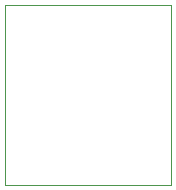
<source format=gbr>
%TF.GenerationSoftware,Altium Limited,Altium Designer,20.2.6 (244)*%
G04 Layer_Color=16711935*
%FSLAX45Y45*%
%MOMM*%
%TF.SameCoordinates,65E78103-6D03-462D-AAE3-041F84C347C7*%
%TF.FilePolarity,Positive*%
%TF.FileFunction,Other,Mechanical_1*%
%TF.Part,Single*%
G01*
G75*
%TA.AperFunction,NonConductor*%
%ADD92C,0.10000*%
D92*
X7610152Y7419463D02*
X9020149D01*
Y8939464D01*
X7610152D02*
X9020149D01*
X7610152Y7419463D02*
Y8939464D01*
%TF.MD5,aa816168f76b1c41b287fa4bbe6ad306*%
M02*

</source>
